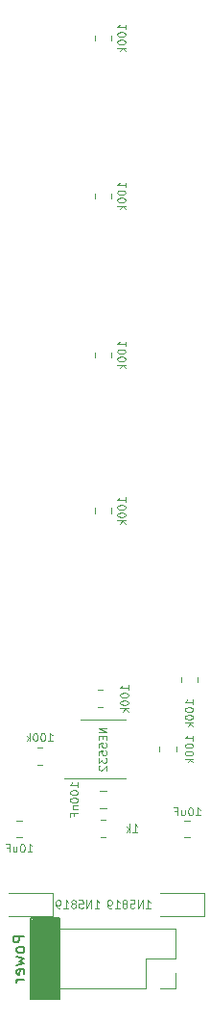
<source format=gbr>
G04 #@! TF.GenerationSoftware,KiCad,Pcbnew,(5.1.10)-1*
G04 #@! TF.CreationDate,2021-05-24T09:12:42+02:00*
G04 #@! TF.ProjectId,4CH Mixer,34434820-4d69-4786-9572-2e6b69636164,rev?*
G04 #@! TF.SameCoordinates,Original*
G04 #@! TF.FileFunction,Legend,Bot*
G04 #@! TF.FilePolarity,Positive*
%FSLAX46Y46*%
G04 Gerber Fmt 4.6, Leading zero omitted, Abs format (unit mm)*
G04 Created by KiCad (PCBNEW (5.1.10)-1) date 2021-05-24 09:12:42*
%MOMM*%
%LPD*%
G01*
G04 APERTURE LIST*
%ADD10C,0.150000*%
%ADD11C,0.120000*%
%ADD12C,0.100000*%
%ADD13C,0.254000*%
G04 APERTURE END LIST*
D10*
X3650000Y-101330000D02*
X3650000Y-94250000D01*
X3650000Y-101330000D02*
X6190000Y-101330000D01*
X6190000Y-94250000D02*
X6190000Y-101330000D01*
X3650000Y-94250000D02*
X6190000Y-94250000D01*
D11*
G04 #@! TO.C,D2*
X5525000Y-92050000D02*
X5525000Y-94050000D01*
X5525000Y-94050000D02*
X1625000Y-94050000D01*
X5525000Y-92050000D02*
X1625000Y-92050000D01*
G04 #@! TO.C,D1*
X18975000Y-92050000D02*
X18975000Y-94050000D01*
X18975000Y-94050000D02*
X15075000Y-94050000D01*
X18975000Y-92050000D02*
X15075000Y-92050000D01*
G04 #@! TO.C,C3*
X2836252Y-85690000D02*
X2313748Y-85690000D01*
X2836252Y-87160000D02*
X2313748Y-87160000D01*
G04 #@! TO.C,C2*
X17686252Y-85690000D02*
X17163748Y-85690000D01*
X17686252Y-87160000D02*
X17163748Y-87160000D01*
G04 #@! TO.C,IC1*
X10000000Y-81935000D02*
X6550000Y-81935000D01*
X10000000Y-81935000D02*
X11950000Y-81935000D01*
X10000000Y-76815000D02*
X8050000Y-76815000D01*
X10000000Y-76815000D02*
X11950000Y-76815000D01*
G04 #@! TO.C,R12*
X9772936Y-85625000D02*
X10227064Y-85625000D01*
X9772936Y-87095000D02*
X10227064Y-87095000D01*
G04 #@! TO.C,R11*
X14980000Y-79602064D02*
X14980000Y-79147936D01*
X16450000Y-79602064D02*
X16450000Y-79147936D01*
G04 #@! TO.C,R10*
X9949564Y-75665000D02*
X9495436Y-75665000D01*
X9949564Y-74195000D02*
X9495436Y-74195000D01*
G04 #@! TO.C,R9*
X4161436Y-79275000D02*
X4615564Y-79275000D01*
X4161436Y-80745000D02*
X4615564Y-80745000D01*
G04 #@! TO.C,R8*
X10735000Y-58192936D02*
X10735000Y-58647064D01*
X9265000Y-58192936D02*
X9265000Y-58647064D01*
G04 #@! TO.C,R7*
X10735000Y-44500436D02*
X10735000Y-44954564D01*
X9265000Y-44500436D02*
X9265000Y-44954564D01*
G04 #@! TO.C,R6*
X10735000Y-30530436D02*
X10735000Y-30984564D01*
X9265000Y-30530436D02*
X9265000Y-30984564D01*
G04 #@! TO.C,R5*
X10735000Y-16640436D02*
X10735000Y-17094564D01*
X9265000Y-16640436D02*
X9265000Y-17094564D01*
G04 #@! TO.C,R4*
X18355000Y-73075436D02*
X18355000Y-73529564D01*
X16885000Y-73075436D02*
X16885000Y-73529564D01*
G04 #@! TO.C,J5*
X16410000Y-100390000D02*
X16410000Y-99060000D01*
X15080000Y-100390000D02*
X16410000Y-100390000D01*
X16410000Y-97790000D02*
X16410000Y-95190000D01*
X13810000Y-97790000D02*
X16410000Y-97790000D01*
X13810000Y-100390000D02*
X13810000Y-97790000D01*
X16410000Y-95190000D02*
X3590000Y-95190000D01*
X13810000Y-100390000D02*
X3590000Y-100390000D01*
X3590000Y-100390000D02*
X3590000Y-95190000D01*
G04 #@! TO.C,C1*
X10261252Y-84555000D02*
X9738748Y-84555000D01*
X10261252Y-83085000D02*
X9738748Y-83085000D01*
G04 #@! TO.C,D2*
D12*
X9250000Y-93366666D02*
X9650000Y-93366666D01*
X9450000Y-93366666D02*
X9450000Y-92666666D01*
X9516666Y-92766666D01*
X9583333Y-92833333D01*
X9650000Y-92866666D01*
X8950000Y-93366666D02*
X8950000Y-92666666D01*
X8550000Y-93366666D01*
X8550000Y-92666666D01*
X7883333Y-92666666D02*
X8216666Y-92666666D01*
X8250000Y-93000000D01*
X8216666Y-92966666D01*
X8150000Y-92933333D01*
X7983333Y-92933333D01*
X7916666Y-92966666D01*
X7883333Y-93000000D01*
X7850000Y-93066666D01*
X7850000Y-93233333D01*
X7883333Y-93300000D01*
X7916666Y-93333333D01*
X7983333Y-93366666D01*
X8150000Y-93366666D01*
X8216666Y-93333333D01*
X8250000Y-93300000D01*
X7450000Y-92966666D02*
X7516666Y-92933333D01*
X7550000Y-92900000D01*
X7583333Y-92833333D01*
X7583333Y-92800000D01*
X7550000Y-92733333D01*
X7516666Y-92700000D01*
X7450000Y-92666666D01*
X7316666Y-92666666D01*
X7250000Y-92700000D01*
X7216666Y-92733333D01*
X7183333Y-92800000D01*
X7183333Y-92833333D01*
X7216666Y-92900000D01*
X7250000Y-92933333D01*
X7316666Y-92966666D01*
X7450000Y-92966666D01*
X7516666Y-93000000D01*
X7550000Y-93033333D01*
X7583333Y-93100000D01*
X7583333Y-93233333D01*
X7550000Y-93300000D01*
X7516666Y-93333333D01*
X7450000Y-93366666D01*
X7316666Y-93366666D01*
X7250000Y-93333333D01*
X7216666Y-93300000D01*
X7183333Y-93233333D01*
X7183333Y-93100000D01*
X7216666Y-93033333D01*
X7250000Y-93000000D01*
X7316666Y-92966666D01*
X6516666Y-93366666D02*
X6916666Y-93366666D01*
X6716666Y-93366666D02*
X6716666Y-92666666D01*
X6783333Y-92766666D01*
X6850000Y-92833333D01*
X6916666Y-92866666D01*
X6183333Y-93366666D02*
X6050000Y-93366666D01*
X5983333Y-93333333D01*
X5950000Y-93300000D01*
X5883333Y-93200000D01*
X5850000Y-93066666D01*
X5850000Y-92800000D01*
X5883333Y-92733333D01*
X5916666Y-92700000D01*
X5983333Y-92666666D01*
X6116666Y-92666666D01*
X6183333Y-92700000D01*
X6216666Y-92733333D01*
X6250000Y-92800000D01*
X6250000Y-92966666D01*
X6216666Y-93033333D01*
X6183333Y-93066666D01*
X6116666Y-93100000D01*
X5983333Y-93100000D01*
X5916666Y-93066666D01*
X5883333Y-93033333D01*
X5850000Y-92966666D01*
G04 #@! TO.C,D1*
X13775000Y-93366666D02*
X14175000Y-93366666D01*
X13975000Y-93366666D02*
X13975000Y-92666666D01*
X14041666Y-92766666D01*
X14108333Y-92833333D01*
X14175000Y-92866666D01*
X13475000Y-93366666D02*
X13475000Y-92666666D01*
X13075000Y-93366666D01*
X13075000Y-92666666D01*
X12408333Y-92666666D02*
X12741666Y-92666666D01*
X12775000Y-93000000D01*
X12741666Y-92966666D01*
X12675000Y-92933333D01*
X12508333Y-92933333D01*
X12441666Y-92966666D01*
X12408333Y-93000000D01*
X12375000Y-93066666D01*
X12375000Y-93233333D01*
X12408333Y-93300000D01*
X12441666Y-93333333D01*
X12508333Y-93366666D01*
X12675000Y-93366666D01*
X12741666Y-93333333D01*
X12775000Y-93300000D01*
X11975000Y-92966666D02*
X12041666Y-92933333D01*
X12075000Y-92900000D01*
X12108333Y-92833333D01*
X12108333Y-92800000D01*
X12075000Y-92733333D01*
X12041666Y-92700000D01*
X11975000Y-92666666D01*
X11841666Y-92666666D01*
X11775000Y-92700000D01*
X11741666Y-92733333D01*
X11708333Y-92800000D01*
X11708333Y-92833333D01*
X11741666Y-92900000D01*
X11775000Y-92933333D01*
X11841666Y-92966666D01*
X11975000Y-92966666D01*
X12041666Y-93000000D01*
X12075000Y-93033333D01*
X12108333Y-93100000D01*
X12108333Y-93233333D01*
X12075000Y-93300000D01*
X12041666Y-93333333D01*
X11975000Y-93366666D01*
X11841666Y-93366666D01*
X11775000Y-93333333D01*
X11741666Y-93300000D01*
X11708333Y-93233333D01*
X11708333Y-93100000D01*
X11741666Y-93033333D01*
X11775000Y-93000000D01*
X11841666Y-92966666D01*
X11041666Y-93366666D02*
X11441666Y-93366666D01*
X11241666Y-93366666D02*
X11241666Y-92666666D01*
X11308333Y-92766666D01*
X11375000Y-92833333D01*
X11441666Y-92866666D01*
X10708333Y-93366666D02*
X10575000Y-93366666D01*
X10508333Y-93333333D01*
X10475000Y-93300000D01*
X10408333Y-93200000D01*
X10375000Y-93066666D01*
X10375000Y-92800000D01*
X10408333Y-92733333D01*
X10441666Y-92700000D01*
X10508333Y-92666666D01*
X10641666Y-92666666D01*
X10708333Y-92700000D01*
X10741666Y-92733333D01*
X10775000Y-92800000D01*
X10775000Y-92966666D01*
X10741666Y-93033333D01*
X10708333Y-93066666D01*
X10641666Y-93100000D01*
X10508333Y-93100000D01*
X10441666Y-93066666D01*
X10408333Y-93033333D01*
X10375000Y-92966666D01*
G04 #@! TO.C,C3*
X3325000Y-88421666D02*
X3725000Y-88421666D01*
X3525000Y-88421666D02*
X3525000Y-87721666D01*
X3591666Y-87821666D01*
X3658333Y-87888333D01*
X3725000Y-87921666D01*
X2891666Y-87721666D02*
X2825000Y-87721666D01*
X2758333Y-87755000D01*
X2725000Y-87788333D01*
X2691666Y-87855000D01*
X2658333Y-87988333D01*
X2658333Y-88155000D01*
X2691666Y-88288333D01*
X2725000Y-88355000D01*
X2758333Y-88388333D01*
X2825000Y-88421666D01*
X2891666Y-88421666D01*
X2958333Y-88388333D01*
X2991666Y-88355000D01*
X3025000Y-88288333D01*
X3058333Y-88155000D01*
X3058333Y-87988333D01*
X3025000Y-87855000D01*
X2991666Y-87788333D01*
X2958333Y-87755000D01*
X2891666Y-87721666D01*
X2058333Y-87955000D02*
X2058333Y-88421666D01*
X2358333Y-87955000D02*
X2358333Y-88321666D01*
X2325000Y-88388333D01*
X2258333Y-88421666D01*
X2158333Y-88421666D01*
X2091666Y-88388333D01*
X2058333Y-88355000D01*
X1491666Y-88055000D02*
X1725000Y-88055000D01*
X1725000Y-88421666D02*
X1725000Y-87721666D01*
X1391666Y-87721666D01*
G04 #@! TO.C,C2*
X18175000Y-85216666D02*
X18575000Y-85216666D01*
X18375000Y-85216666D02*
X18375000Y-84516666D01*
X18441666Y-84616666D01*
X18508333Y-84683333D01*
X18575000Y-84716666D01*
X17741666Y-84516666D02*
X17675000Y-84516666D01*
X17608333Y-84550000D01*
X17575000Y-84583333D01*
X17541666Y-84650000D01*
X17508333Y-84783333D01*
X17508333Y-84950000D01*
X17541666Y-85083333D01*
X17575000Y-85150000D01*
X17608333Y-85183333D01*
X17675000Y-85216666D01*
X17741666Y-85216666D01*
X17808333Y-85183333D01*
X17841666Y-85150000D01*
X17875000Y-85083333D01*
X17908333Y-84950000D01*
X17908333Y-84783333D01*
X17875000Y-84650000D01*
X17841666Y-84583333D01*
X17808333Y-84550000D01*
X17741666Y-84516666D01*
X16908333Y-84750000D02*
X16908333Y-85216666D01*
X17208333Y-84750000D02*
X17208333Y-85116666D01*
X17175000Y-85183333D01*
X17108333Y-85216666D01*
X17008333Y-85216666D01*
X16941666Y-85183333D01*
X16908333Y-85150000D01*
X16341666Y-84850000D02*
X16575000Y-84850000D01*
X16575000Y-85216666D02*
X16575000Y-84516666D01*
X16241666Y-84516666D01*
G04 #@! TO.C,IC1*
X10316666Y-77525000D02*
X9616666Y-77525000D01*
X10316666Y-77925000D01*
X9616666Y-77925000D01*
X9950000Y-78258333D02*
X9950000Y-78491666D01*
X10316666Y-78591666D02*
X10316666Y-78258333D01*
X9616666Y-78258333D01*
X9616666Y-78591666D01*
X9616666Y-79225000D02*
X9616666Y-78891666D01*
X9950000Y-78858333D01*
X9916666Y-78891666D01*
X9883333Y-78958333D01*
X9883333Y-79125000D01*
X9916666Y-79191666D01*
X9950000Y-79225000D01*
X10016666Y-79258333D01*
X10183333Y-79258333D01*
X10250000Y-79225000D01*
X10283333Y-79191666D01*
X10316666Y-79125000D01*
X10316666Y-78958333D01*
X10283333Y-78891666D01*
X10250000Y-78858333D01*
X9616666Y-79891666D02*
X9616666Y-79558333D01*
X9950000Y-79525000D01*
X9916666Y-79558333D01*
X9883333Y-79625000D01*
X9883333Y-79791666D01*
X9916666Y-79858333D01*
X9950000Y-79891666D01*
X10016666Y-79925000D01*
X10183333Y-79925000D01*
X10250000Y-79891666D01*
X10283333Y-79858333D01*
X10316666Y-79791666D01*
X10316666Y-79625000D01*
X10283333Y-79558333D01*
X10250000Y-79525000D01*
X9616666Y-80158333D02*
X9616666Y-80591666D01*
X9883333Y-80358333D01*
X9883333Y-80458333D01*
X9916666Y-80525000D01*
X9950000Y-80558333D01*
X10016666Y-80591666D01*
X10183333Y-80591666D01*
X10250000Y-80558333D01*
X10283333Y-80525000D01*
X10316666Y-80458333D01*
X10316666Y-80258333D01*
X10283333Y-80191666D01*
X10250000Y-80158333D01*
X9683333Y-80858333D02*
X9650000Y-80891666D01*
X9616666Y-80958333D01*
X9616666Y-81125000D01*
X9650000Y-81191666D01*
X9683333Y-81225000D01*
X9750000Y-81258333D01*
X9816666Y-81258333D01*
X9916666Y-81225000D01*
X10316666Y-80825000D01*
X10316666Y-81258333D01*
G04 #@! TO.C,R12*
X12623333Y-86676666D02*
X13023333Y-86676666D01*
X12823333Y-86676666D02*
X12823333Y-85976666D01*
X12890000Y-86076666D01*
X12956666Y-86143333D01*
X13023333Y-86176666D01*
X12323333Y-86676666D02*
X12323333Y-85976666D01*
X12256666Y-86410000D02*
X12056666Y-86676666D01*
X12056666Y-86210000D02*
X12323333Y-86476666D01*
G04 #@! TO.C,R11*
X17936666Y-78625000D02*
X17936666Y-78225000D01*
X17936666Y-78425000D02*
X17236666Y-78425000D01*
X17336666Y-78358333D01*
X17403333Y-78291666D01*
X17436666Y-78225000D01*
X17236666Y-79058333D02*
X17236666Y-79125000D01*
X17270000Y-79191666D01*
X17303333Y-79225000D01*
X17370000Y-79258333D01*
X17503333Y-79291666D01*
X17670000Y-79291666D01*
X17803333Y-79258333D01*
X17870000Y-79225000D01*
X17903333Y-79191666D01*
X17936666Y-79125000D01*
X17936666Y-79058333D01*
X17903333Y-78991666D01*
X17870000Y-78958333D01*
X17803333Y-78925000D01*
X17670000Y-78891666D01*
X17503333Y-78891666D01*
X17370000Y-78925000D01*
X17303333Y-78958333D01*
X17270000Y-78991666D01*
X17236666Y-79058333D01*
X17236666Y-79725000D02*
X17236666Y-79791666D01*
X17270000Y-79858333D01*
X17303333Y-79891666D01*
X17370000Y-79925000D01*
X17503333Y-79958333D01*
X17670000Y-79958333D01*
X17803333Y-79925000D01*
X17870000Y-79891666D01*
X17903333Y-79858333D01*
X17936666Y-79791666D01*
X17936666Y-79725000D01*
X17903333Y-79658333D01*
X17870000Y-79625000D01*
X17803333Y-79591666D01*
X17670000Y-79558333D01*
X17503333Y-79558333D01*
X17370000Y-79591666D01*
X17303333Y-79625000D01*
X17270000Y-79658333D01*
X17236666Y-79725000D01*
X17936666Y-80258333D02*
X17236666Y-80258333D01*
X17670000Y-80325000D02*
X17936666Y-80525000D01*
X17470000Y-80525000D02*
X17736666Y-80258333D01*
G04 #@! TO.C,R10*
X12221666Y-74180000D02*
X12221666Y-73780000D01*
X12221666Y-73980000D02*
X11521666Y-73980000D01*
X11621666Y-73913333D01*
X11688333Y-73846666D01*
X11721666Y-73780000D01*
X11521666Y-74613333D02*
X11521666Y-74680000D01*
X11555000Y-74746666D01*
X11588333Y-74780000D01*
X11655000Y-74813333D01*
X11788333Y-74846666D01*
X11955000Y-74846666D01*
X12088333Y-74813333D01*
X12155000Y-74780000D01*
X12188333Y-74746666D01*
X12221666Y-74680000D01*
X12221666Y-74613333D01*
X12188333Y-74546666D01*
X12155000Y-74513333D01*
X12088333Y-74480000D01*
X11955000Y-74446666D01*
X11788333Y-74446666D01*
X11655000Y-74480000D01*
X11588333Y-74513333D01*
X11555000Y-74546666D01*
X11521666Y-74613333D01*
X11521666Y-75280000D02*
X11521666Y-75346666D01*
X11555000Y-75413333D01*
X11588333Y-75446666D01*
X11655000Y-75480000D01*
X11788333Y-75513333D01*
X11955000Y-75513333D01*
X12088333Y-75480000D01*
X12155000Y-75446666D01*
X12188333Y-75413333D01*
X12221666Y-75346666D01*
X12221666Y-75280000D01*
X12188333Y-75213333D01*
X12155000Y-75180000D01*
X12088333Y-75146666D01*
X11955000Y-75113333D01*
X11788333Y-75113333D01*
X11655000Y-75146666D01*
X11588333Y-75180000D01*
X11555000Y-75213333D01*
X11521666Y-75280000D01*
X12221666Y-75813333D02*
X11521666Y-75813333D01*
X11955000Y-75880000D02*
X12221666Y-76080000D01*
X11755000Y-76080000D02*
X12021666Y-75813333D01*
G04 #@! TO.C,R9*
X5138500Y-78676666D02*
X5538500Y-78676666D01*
X5338500Y-78676666D02*
X5338500Y-77976666D01*
X5405166Y-78076666D01*
X5471833Y-78143333D01*
X5538500Y-78176666D01*
X4705166Y-77976666D02*
X4638500Y-77976666D01*
X4571833Y-78010000D01*
X4538500Y-78043333D01*
X4505166Y-78110000D01*
X4471833Y-78243333D01*
X4471833Y-78410000D01*
X4505166Y-78543333D01*
X4538500Y-78610000D01*
X4571833Y-78643333D01*
X4638500Y-78676666D01*
X4705166Y-78676666D01*
X4771833Y-78643333D01*
X4805166Y-78610000D01*
X4838500Y-78543333D01*
X4871833Y-78410000D01*
X4871833Y-78243333D01*
X4838500Y-78110000D01*
X4805166Y-78043333D01*
X4771833Y-78010000D01*
X4705166Y-77976666D01*
X4038500Y-77976666D02*
X3971833Y-77976666D01*
X3905166Y-78010000D01*
X3871833Y-78043333D01*
X3838500Y-78110000D01*
X3805166Y-78243333D01*
X3805166Y-78410000D01*
X3838500Y-78543333D01*
X3871833Y-78610000D01*
X3905166Y-78643333D01*
X3971833Y-78676666D01*
X4038500Y-78676666D01*
X4105166Y-78643333D01*
X4138500Y-78610000D01*
X4171833Y-78543333D01*
X4205166Y-78410000D01*
X4205166Y-78243333D01*
X4171833Y-78110000D01*
X4138500Y-78043333D01*
X4105166Y-78010000D01*
X4038500Y-77976666D01*
X3505166Y-78676666D02*
X3505166Y-77976666D01*
X3438500Y-78410000D02*
X3238500Y-78676666D01*
X3238500Y-78210000D02*
X3505166Y-78476666D01*
G04 #@! TO.C,R8*
X11966666Y-57670000D02*
X11966666Y-57270000D01*
X11966666Y-57470000D02*
X11266666Y-57470000D01*
X11366666Y-57403333D01*
X11433333Y-57336666D01*
X11466666Y-57270000D01*
X11266666Y-58103333D02*
X11266666Y-58170000D01*
X11300000Y-58236666D01*
X11333333Y-58270000D01*
X11400000Y-58303333D01*
X11533333Y-58336666D01*
X11700000Y-58336666D01*
X11833333Y-58303333D01*
X11900000Y-58270000D01*
X11933333Y-58236666D01*
X11966666Y-58170000D01*
X11966666Y-58103333D01*
X11933333Y-58036666D01*
X11900000Y-58003333D01*
X11833333Y-57970000D01*
X11700000Y-57936666D01*
X11533333Y-57936666D01*
X11400000Y-57970000D01*
X11333333Y-58003333D01*
X11300000Y-58036666D01*
X11266666Y-58103333D01*
X11266666Y-58770000D02*
X11266666Y-58836666D01*
X11300000Y-58903333D01*
X11333333Y-58936666D01*
X11400000Y-58970000D01*
X11533333Y-59003333D01*
X11700000Y-59003333D01*
X11833333Y-58970000D01*
X11900000Y-58936666D01*
X11933333Y-58903333D01*
X11966666Y-58836666D01*
X11966666Y-58770000D01*
X11933333Y-58703333D01*
X11900000Y-58670000D01*
X11833333Y-58636666D01*
X11700000Y-58603333D01*
X11533333Y-58603333D01*
X11400000Y-58636666D01*
X11333333Y-58670000D01*
X11300000Y-58703333D01*
X11266666Y-58770000D01*
X11966666Y-59303333D02*
X11266666Y-59303333D01*
X11700000Y-59370000D02*
X11966666Y-59570000D01*
X11500000Y-59570000D02*
X11766666Y-59303333D01*
G04 #@! TO.C,R7*
X11966666Y-43977500D02*
X11966666Y-43577500D01*
X11966666Y-43777500D02*
X11266666Y-43777500D01*
X11366666Y-43710833D01*
X11433333Y-43644166D01*
X11466666Y-43577500D01*
X11266666Y-44410833D02*
X11266666Y-44477500D01*
X11300000Y-44544166D01*
X11333333Y-44577500D01*
X11400000Y-44610833D01*
X11533333Y-44644166D01*
X11700000Y-44644166D01*
X11833333Y-44610833D01*
X11900000Y-44577500D01*
X11933333Y-44544166D01*
X11966666Y-44477500D01*
X11966666Y-44410833D01*
X11933333Y-44344166D01*
X11900000Y-44310833D01*
X11833333Y-44277500D01*
X11700000Y-44244166D01*
X11533333Y-44244166D01*
X11400000Y-44277500D01*
X11333333Y-44310833D01*
X11300000Y-44344166D01*
X11266666Y-44410833D01*
X11266666Y-45077500D02*
X11266666Y-45144166D01*
X11300000Y-45210833D01*
X11333333Y-45244166D01*
X11400000Y-45277500D01*
X11533333Y-45310833D01*
X11700000Y-45310833D01*
X11833333Y-45277500D01*
X11900000Y-45244166D01*
X11933333Y-45210833D01*
X11966666Y-45144166D01*
X11966666Y-45077500D01*
X11933333Y-45010833D01*
X11900000Y-44977500D01*
X11833333Y-44944166D01*
X11700000Y-44910833D01*
X11533333Y-44910833D01*
X11400000Y-44944166D01*
X11333333Y-44977500D01*
X11300000Y-45010833D01*
X11266666Y-45077500D01*
X11966666Y-45610833D02*
X11266666Y-45610833D01*
X11700000Y-45677500D02*
X11966666Y-45877500D01*
X11500000Y-45877500D02*
X11766666Y-45610833D01*
G04 #@! TO.C,R6*
X11966666Y-30007500D02*
X11966666Y-29607500D01*
X11966666Y-29807500D02*
X11266666Y-29807500D01*
X11366666Y-29740833D01*
X11433333Y-29674166D01*
X11466666Y-29607500D01*
X11266666Y-30440833D02*
X11266666Y-30507500D01*
X11300000Y-30574166D01*
X11333333Y-30607500D01*
X11400000Y-30640833D01*
X11533333Y-30674166D01*
X11700000Y-30674166D01*
X11833333Y-30640833D01*
X11900000Y-30607500D01*
X11933333Y-30574166D01*
X11966666Y-30507500D01*
X11966666Y-30440833D01*
X11933333Y-30374166D01*
X11900000Y-30340833D01*
X11833333Y-30307500D01*
X11700000Y-30274166D01*
X11533333Y-30274166D01*
X11400000Y-30307500D01*
X11333333Y-30340833D01*
X11300000Y-30374166D01*
X11266666Y-30440833D01*
X11266666Y-31107500D02*
X11266666Y-31174166D01*
X11300000Y-31240833D01*
X11333333Y-31274166D01*
X11400000Y-31307500D01*
X11533333Y-31340833D01*
X11700000Y-31340833D01*
X11833333Y-31307500D01*
X11900000Y-31274166D01*
X11933333Y-31240833D01*
X11966666Y-31174166D01*
X11966666Y-31107500D01*
X11933333Y-31040833D01*
X11900000Y-31007500D01*
X11833333Y-30974166D01*
X11700000Y-30940833D01*
X11533333Y-30940833D01*
X11400000Y-30974166D01*
X11333333Y-31007500D01*
X11300000Y-31040833D01*
X11266666Y-31107500D01*
X11966666Y-31640833D02*
X11266666Y-31640833D01*
X11700000Y-31707500D02*
X11966666Y-31907500D01*
X11500000Y-31907500D02*
X11766666Y-31640833D01*
G04 #@! TO.C,R5*
X11966666Y-16117500D02*
X11966666Y-15717500D01*
X11966666Y-15917500D02*
X11266666Y-15917500D01*
X11366666Y-15850833D01*
X11433333Y-15784166D01*
X11466666Y-15717500D01*
X11266666Y-16550833D02*
X11266666Y-16617500D01*
X11300000Y-16684166D01*
X11333333Y-16717500D01*
X11400000Y-16750833D01*
X11533333Y-16784166D01*
X11700000Y-16784166D01*
X11833333Y-16750833D01*
X11900000Y-16717500D01*
X11933333Y-16684166D01*
X11966666Y-16617500D01*
X11966666Y-16550833D01*
X11933333Y-16484166D01*
X11900000Y-16450833D01*
X11833333Y-16417500D01*
X11700000Y-16384166D01*
X11533333Y-16384166D01*
X11400000Y-16417500D01*
X11333333Y-16450833D01*
X11300000Y-16484166D01*
X11266666Y-16550833D01*
X11266666Y-17217500D02*
X11266666Y-17284166D01*
X11300000Y-17350833D01*
X11333333Y-17384166D01*
X11400000Y-17417500D01*
X11533333Y-17450833D01*
X11700000Y-17450833D01*
X11833333Y-17417500D01*
X11900000Y-17384166D01*
X11933333Y-17350833D01*
X11966666Y-17284166D01*
X11966666Y-17217500D01*
X11933333Y-17150833D01*
X11900000Y-17117500D01*
X11833333Y-17084166D01*
X11700000Y-17050833D01*
X11533333Y-17050833D01*
X11400000Y-17084166D01*
X11333333Y-17117500D01*
X11300000Y-17150833D01*
X11266666Y-17217500D01*
X11966666Y-17750833D02*
X11266666Y-17750833D01*
X11700000Y-17817500D02*
X11966666Y-18017500D01*
X11500000Y-18017500D02*
X11766666Y-17750833D01*
G04 #@! TO.C,R4*
X17936666Y-75450000D02*
X17936666Y-75050000D01*
X17936666Y-75250000D02*
X17236666Y-75250000D01*
X17336666Y-75183333D01*
X17403333Y-75116666D01*
X17436666Y-75050000D01*
X17236666Y-75883333D02*
X17236666Y-75950000D01*
X17270000Y-76016666D01*
X17303333Y-76050000D01*
X17370000Y-76083333D01*
X17503333Y-76116666D01*
X17670000Y-76116666D01*
X17803333Y-76083333D01*
X17870000Y-76050000D01*
X17903333Y-76016666D01*
X17936666Y-75950000D01*
X17936666Y-75883333D01*
X17903333Y-75816666D01*
X17870000Y-75783333D01*
X17803333Y-75750000D01*
X17670000Y-75716666D01*
X17503333Y-75716666D01*
X17370000Y-75750000D01*
X17303333Y-75783333D01*
X17270000Y-75816666D01*
X17236666Y-75883333D01*
X17236666Y-76550000D02*
X17236666Y-76616666D01*
X17270000Y-76683333D01*
X17303333Y-76716666D01*
X17370000Y-76750000D01*
X17503333Y-76783333D01*
X17670000Y-76783333D01*
X17803333Y-76750000D01*
X17870000Y-76716666D01*
X17903333Y-76683333D01*
X17936666Y-76616666D01*
X17936666Y-76550000D01*
X17903333Y-76483333D01*
X17870000Y-76450000D01*
X17803333Y-76416666D01*
X17670000Y-76383333D01*
X17503333Y-76383333D01*
X17370000Y-76416666D01*
X17303333Y-76450000D01*
X17270000Y-76483333D01*
X17236666Y-76550000D01*
X17936666Y-77083333D02*
X17236666Y-77083333D01*
X17670000Y-77150000D02*
X17936666Y-77350000D01*
X17470000Y-77350000D02*
X17736666Y-77083333D01*
G04 #@! TO.C,J5*
D10*
X3042380Y-95813809D02*
X2042380Y-95813809D01*
X2042380Y-96194761D01*
X2090000Y-96290000D01*
X2137619Y-96337619D01*
X2232857Y-96385238D01*
X2375714Y-96385238D01*
X2470952Y-96337619D01*
X2518571Y-96290000D01*
X2566190Y-96194761D01*
X2566190Y-95813809D01*
X3042380Y-96956666D02*
X2994761Y-96861428D01*
X2947142Y-96813809D01*
X2851904Y-96766190D01*
X2566190Y-96766190D01*
X2470952Y-96813809D01*
X2423333Y-96861428D01*
X2375714Y-96956666D01*
X2375714Y-97099523D01*
X2423333Y-97194761D01*
X2470952Y-97242380D01*
X2566190Y-97290000D01*
X2851904Y-97290000D01*
X2947142Y-97242380D01*
X2994761Y-97194761D01*
X3042380Y-97099523D01*
X3042380Y-96956666D01*
X2375714Y-97623333D02*
X3042380Y-97813809D01*
X2566190Y-98004285D01*
X3042380Y-98194761D01*
X2375714Y-98385238D01*
X2994761Y-99147142D02*
X3042380Y-99051904D01*
X3042380Y-98861428D01*
X2994761Y-98766190D01*
X2899523Y-98718571D01*
X2518571Y-98718571D01*
X2423333Y-98766190D01*
X2375714Y-98861428D01*
X2375714Y-99051904D01*
X2423333Y-99147142D01*
X2518571Y-99194761D01*
X2613809Y-99194761D01*
X2709047Y-98718571D01*
X3042380Y-99623333D02*
X2375714Y-99623333D01*
X2566190Y-99623333D02*
X2470952Y-99670952D01*
X2423333Y-99718571D01*
X2375714Y-99813809D01*
X2375714Y-99909047D01*
G04 #@! TO.C,C1*
D12*
X7776666Y-82736666D02*
X7776666Y-82336666D01*
X7776666Y-82536666D02*
X7076666Y-82536666D01*
X7176666Y-82470000D01*
X7243333Y-82403333D01*
X7276666Y-82336666D01*
X7076666Y-83170000D02*
X7076666Y-83236666D01*
X7110000Y-83303333D01*
X7143333Y-83336666D01*
X7210000Y-83370000D01*
X7343333Y-83403333D01*
X7510000Y-83403333D01*
X7643333Y-83370000D01*
X7710000Y-83336666D01*
X7743333Y-83303333D01*
X7776666Y-83236666D01*
X7776666Y-83170000D01*
X7743333Y-83103333D01*
X7710000Y-83070000D01*
X7643333Y-83036666D01*
X7510000Y-83003333D01*
X7343333Y-83003333D01*
X7210000Y-83036666D01*
X7143333Y-83070000D01*
X7110000Y-83103333D01*
X7076666Y-83170000D01*
X7076666Y-83836666D02*
X7076666Y-83903333D01*
X7110000Y-83970000D01*
X7143333Y-84003333D01*
X7210000Y-84036666D01*
X7343333Y-84070000D01*
X7510000Y-84070000D01*
X7643333Y-84036666D01*
X7710000Y-84003333D01*
X7743333Y-83970000D01*
X7776666Y-83903333D01*
X7776666Y-83836666D01*
X7743333Y-83770000D01*
X7710000Y-83736666D01*
X7643333Y-83703333D01*
X7510000Y-83670000D01*
X7343333Y-83670000D01*
X7210000Y-83703333D01*
X7143333Y-83736666D01*
X7110000Y-83770000D01*
X7076666Y-83836666D01*
X7310000Y-84370000D02*
X7776666Y-84370000D01*
X7376666Y-84370000D02*
X7343333Y-84403333D01*
X7310000Y-84470000D01*
X7310000Y-84570000D01*
X7343333Y-84636666D01*
X7410000Y-84670000D01*
X7776666Y-84670000D01*
X7410000Y-85236666D02*
X7410000Y-85003333D01*
X7776666Y-85003333D02*
X7076666Y-85003333D01*
X7076666Y-85336666D01*
G04 #@! TD*
D13*
X6063000Y-101203000D02*
X3777000Y-101203000D01*
X3777000Y-94377000D01*
X6063000Y-94377000D01*
X6063000Y-101203000D01*
D12*
G36*
X6063000Y-101203000D02*
G01*
X3777000Y-101203000D01*
X3777000Y-94377000D01*
X6063000Y-94377000D01*
X6063000Y-101203000D01*
G37*
M02*

</source>
